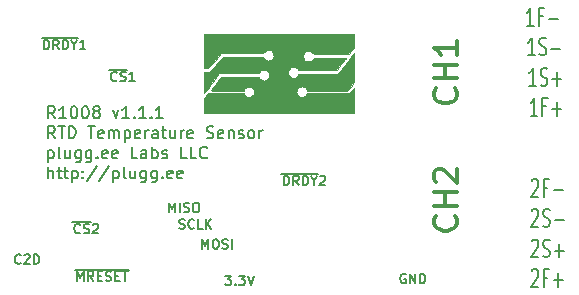
<source format=gbr>
G04 #@! TF.FileFunction,Legend,Top*
%FSLAX46Y46*%
G04 Gerber Fmt 4.6, Leading zero omitted, Abs format (unit mm)*
G04 Created by KiCad (PCBNEW 4.0.6-e0-6349~53~ubuntu14.04.1) date Tue Jun 27 14:22:21 2017*
%MOMM*%
%LPD*%
G01*
G04 APERTURE LIST*
%ADD10C,0.100000*%
%ADD11C,0.175000*%
%ADD12C,0.300000*%
%ADD13C,0.200000*%
%ADD14C,0.010000*%
G04 APERTURE END LIST*
D10*
D11*
X134947619Y-74485714D02*
X134909524Y-74523810D01*
X134795238Y-74561905D01*
X134719048Y-74561905D01*
X134604762Y-74523810D01*
X134528571Y-74447619D01*
X134490476Y-74371429D01*
X134452381Y-74219048D01*
X134452381Y-74104762D01*
X134490476Y-73952381D01*
X134528571Y-73876190D01*
X134604762Y-73800000D01*
X134719048Y-73761905D01*
X134795238Y-73761905D01*
X134909524Y-73800000D01*
X134947619Y-73838095D01*
X135252381Y-74523810D02*
X135366667Y-74561905D01*
X135557143Y-74561905D01*
X135633333Y-74523810D01*
X135671429Y-74485714D01*
X135709524Y-74409524D01*
X135709524Y-74333333D01*
X135671429Y-74257143D01*
X135633333Y-74219048D01*
X135557143Y-74180952D01*
X135404762Y-74142857D01*
X135328571Y-74104762D01*
X135290476Y-74066667D01*
X135252381Y-73990476D01*
X135252381Y-73914286D01*
X135290476Y-73838095D01*
X135328571Y-73800000D01*
X135404762Y-73761905D01*
X135595238Y-73761905D01*
X135709524Y-73800000D01*
X134300000Y-73624000D02*
X135861905Y-73624000D01*
X136471429Y-74561905D02*
X136014286Y-74561905D01*
X136242857Y-74561905D02*
X136242857Y-73761905D01*
X136166667Y-73876190D01*
X136090476Y-73952381D01*
X136014286Y-73990476D01*
X128790476Y-71861905D02*
X128790476Y-71061905D01*
X128980952Y-71061905D01*
X129095238Y-71100000D01*
X129171429Y-71176190D01*
X129209524Y-71252381D01*
X129247619Y-71404762D01*
X129247619Y-71519048D01*
X129209524Y-71671429D01*
X129171429Y-71747619D01*
X129095238Y-71823810D01*
X128980952Y-71861905D01*
X128790476Y-71861905D01*
X130047619Y-71861905D02*
X129780952Y-71480952D01*
X129590476Y-71861905D02*
X129590476Y-71061905D01*
X129895238Y-71061905D01*
X129971429Y-71100000D01*
X130009524Y-71138095D01*
X130047619Y-71214286D01*
X130047619Y-71328571D01*
X130009524Y-71404762D01*
X129971429Y-71442857D01*
X129895238Y-71480952D01*
X129590476Y-71480952D01*
X130390476Y-71861905D02*
X130390476Y-71061905D01*
X130580952Y-71061905D01*
X130695238Y-71100000D01*
X130771429Y-71176190D01*
X130809524Y-71252381D01*
X130847619Y-71404762D01*
X130847619Y-71519048D01*
X130809524Y-71671429D01*
X130771429Y-71747619D01*
X130695238Y-71823810D01*
X130580952Y-71861905D01*
X130390476Y-71861905D01*
X131342857Y-71480952D02*
X131342857Y-71861905D01*
X131076190Y-71061905D02*
X131342857Y-71480952D01*
X131609524Y-71061905D01*
X128600000Y-70924000D02*
X131685714Y-70924000D01*
X132295238Y-71861905D02*
X131838095Y-71861905D01*
X132066666Y-71861905D02*
X132066666Y-71061905D01*
X131990476Y-71176190D01*
X131914285Y-71252381D01*
X131838095Y-71290476D01*
X149090476Y-83361905D02*
X149090476Y-82561905D01*
X149280952Y-82561905D01*
X149395238Y-82600000D01*
X149471429Y-82676190D01*
X149509524Y-82752381D01*
X149547619Y-82904762D01*
X149547619Y-83019048D01*
X149509524Y-83171429D01*
X149471429Y-83247619D01*
X149395238Y-83323810D01*
X149280952Y-83361905D01*
X149090476Y-83361905D01*
X150347619Y-83361905D02*
X150080952Y-82980952D01*
X149890476Y-83361905D02*
X149890476Y-82561905D01*
X150195238Y-82561905D01*
X150271429Y-82600000D01*
X150309524Y-82638095D01*
X150347619Y-82714286D01*
X150347619Y-82828571D01*
X150309524Y-82904762D01*
X150271429Y-82942857D01*
X150195238Y-82980952D01*
X149890476Y-82980952D01*
X150690476Y-83361905D02*
X150690476Y-82561905D01*
X150880952Y-82561905D01*
X150995238Y-82600000D01*
X151071429Y-82676190D01*
X151109524Y-82752381D01*
X151147619Y-82904762D01*
X151147619Y-83019048D01*
X151109524Y-83171429D01*
X151071429Y-83247619D01*
X150995238Y-83323810D01*
X150880952Y-83361905D01*
X150690476Y-83361905D01*
X151642857Y-82980952D02*
X151642857Y-83361905D01*
X151376190Y-82561905D02*
X151642857Y-82980952D01*
X151909524Y-82561905D01*
X148900000Y-82424000D02*
X151985714Y-82424000D01*
X152138095Y-82638095D02*
X152176190Y-82600000D01*
X152252381Y-82561905D01*
X152442857Y-82561905D01*
X152519047Y-82600000D01*
X152557143Y-82638095D01*
X152595238Y-82714286D01*
X152595238Y-82790476D01*
X152557143Y-82904762D01*
X152100000Y-83361905D01*
X152595238Y-83361905D01*
X142190476Y-88761905D02*
X142190476Y-87961905D01*
X142457143Y-88533333D01*
X142723810Y-87961905D01*
X142723810Y-88761905D01*
X143257143Y-87961905D02*
X143409524Y-87961905D01*
X143485715Y-88000000D01*
X143561905Y-88076190D01*
X143600000Y-88228571D01*
X143600000Y-88495238D01*
X143561905Y-88647619D01*
X143485715Y-88723810D01*
X143409524Y-88761905D01*
X143257143Y-88761905D01*
X143180953Y-88723810D01*
X143104762Y-88647619D01*
X143066667Y-88495238D01*
X143066667Y-88228571D01*
X143104762Y-88076190D01*
X143180953Y-88000000D01*
X143257143Y-87961905D01*
X143904762Y-88723810D02*
X144019048Y-88761905D01*
X144209524Y-88761905D01*
X144285714Y-88723810D01*
X144323810Y-88685714D01*
X144361905Y-88609524D01*
X144361905Y-88533333D01*
X144323810Y-88457143D01*
X144285714Y-88419048D01*
X144209524Y-88380952D01*
X144057143Y-88342857D01*
X143980952Y-88304762D01*
X143942857Y-88266667D01*
X143904762Y-88190476D01*
X143904762Y-88114286D01*
X143942857Y-88038095D01*
X143980952Y-88000000D01*
X144057143Y-87961905D01*
X144247619Y-87961905D01*
X144361905Y-88000000D01*
X144704762Y-88761905D02*
X144704762Y-87961905D01*
X140252381Y-87023810D02*
X140366667Y-87061905D01*
X140557143Y-87061905D01*
X140633333Y-87023810D01*
X140671429Y-86985714D01*
X140709524Y-86909524D01*
X140709524Y-86833333D01*
X140671429Y-86757143D01*
X140633333Y-86719048D01*
X140557143Y-86680952D01*
X140404762Y-86642857D01*
X140328571Y-86604762D01*
X140290476Y-86566667D01*
X140252381Y-86490476D01*
X140252381Y-86414286D01*
X140290476Y-86338095D01*
X140328571Y-86300000D01*
X140404762Y-86261905D01*
X140595238Y-86261905D01*
X140709524Y-86300000D01*
X141509524Y-86985714D02*
X141471429Y-87023810D01*
X141357143Y-87061905D01*
X141280953Y-87061905D01*
X141166667Y-87023810D01*
X141090476Y-86947619D01*
X141052381Y-86871429D01*
X141014286Y-86719048D01*
X141014286Y-86604762D01*
X141052381Y-86452381D01*
X141090476Y-86376190D01*
X141166667Y-86300000D01*
X141280953Y-86261905D01*
X141357143Y-86261905D01*
X141471429Y-86300000D01*
X141509524Y-86338095D01*
X142233334Y-87061905D02*
X141852381Y-87061905D01*
X141852381Y-86261905D01*
X142500000Y-87061905D02*
X142500000Y-86261905D01*
X142957143Y-87061905D02*
X142614286Y-86604762D01*
X142957143Y-86261905D02*
X142500000Y-86719048D01*
X139390476Y-85661905D02*
X139390476Y-84861905D01*
X139657143Y-85433333D01*
X139923810Y-84861905D01*
X139923810Y-85661905D01*
X140304762Y-85661905D02*
X140304762Y-84861905D01*
X140647619Y-85623810D02*
X140761905Y-85661905D01*
X140952381Y-85661905D01*
X141028571Y-85623810D01*
X141066667Y-85585714D01*
X141104762Y-85509524D01*
X141104762Y-85433333D01*
X141066667Y-85357143D01*
X141028571Y-85319048D01*
X140952381Y-85280952D01*
X140800000Y-85242857D01*
X140723809Y-85204762D01*
X140685714Y-85166667D01*
X140647619Y-85090476D01*
X140647619Y-85014286D01*
X140685714Y-84938095D01*
X140723809Y-84900000D01*
X140800000Y-84861905D01*
X140990476Y-84861905D01*
X141104762Y-84900000D01*
X141600000Y-84861905D02*
X141752381Y-84861905D01*
X141828572Y-84900000D01*
X141904762Y-84976190D01*
X141942857Y-85128571D01*
X141942857Y-85395238D01*
X141904762Y-85547619D01*
X141828572Y-85623810D01*
X141752381Y-85661905D01*
X141600000Y-85661905D01*
X141523810Y-85623810D01*
X141447619Y-85547619D01*
X141409524Y-85395238D01*
X141409524Y-85128571D01*
X141447619Y-84976190D01*
X141523810Y-84900000D01*
X141600000Y-84861905D01*
X131847619Y-87385714D02*
X131809524Y-87423810D01*
X131695238Y-87461905D01*
X131619048Y-87461905D01*
X131504762Y-87423810D01*
X131428571Y-87347619D01*
X131390476Y-87271429D01*
X131352381Y-87119048D01*
X131352381Y-87004762D01*
X131390476Y-86852381D01*
X131428571Y-86776190D01*
X131504762Y-86700000D01*
X131619048Y-86661905D01*
X131695238Y-86661905D01*
X131809524Y-86700000D01*
X131847619Y-86738095D01*
X132152381Y-87423810D02*
X132266667Y-87461905D01*
X132457143Y-87461905D01*
X132533333Y-87423810D01*
X132571429Y-87385714D01*
X132609524Y-87309524D01*
X132609524Y-87233333D01*
X132571429Y-87157143D01*
X132533333Y-87119048D01*
X132457143Y-87080952D01*
X132304762Y-87042857D01*
X132228571Y-87004762D01*
X132190476Y-86966667D01*
X132152381Y-86890476D01*
X132152381Y-86814286D01*
X132190476Y-86738095D01*
X132228571Y-86700000D01*
X132304762Y-86661905D01*
X132495238Y-86661905D01*
X132609524Y-86700000D01*
X131200000Y-86524000D02*
X132761905Y-86524000D01*
X132914286Y-86738095D02*
X132952381Y-86700000D01*
X133028572Y-86661905D01*
X133219048Y-86661905D01*
X133295238Y-86700000D01*
X133333334Y-86738095D01*
X133371429Y-86814286D01*
X133371429Y-86890476D01*
X133333334Y-87004762D01*
X132876191Y-87461905D01*
X133371429Y-87461905D01*
D12*
X163614286Y-85980952D02*
X163709524Y-86076190D01*
X163804762Y-86361905D01*
X163804762Y-86552381D01*
X163709524Y-86838095D01*
X163519048Y-87028571D01*
X163328571Y-87123810D01*
X162947619Y-87219048D01*
X162661905Y-87219048D01*
X162280952Y-87123810D01*
X162090476Y-87028571D01*
X161900000Y-86838095D01*
X161804762Y-86552381D01*
X161804762Y-86361905D01*
X161900000Y-86076190D01*
X161995238Y-85980952D01*
X163804762Y-85123810D02*
X161804762Y-85123810D01*
X162757143Y-85123810D02*
X162757143Y-83980952D01*
X163804762Y-83980952D02*
X161804762Y-83980952D01*
X161995238Y-83123810D02*
X161900000Y-83028572D01*
X161804762Y-82838095D01*
X161804762Y-82361905D01*
X161900000Y-82171429D01*
X161995238Y-82076191D01*
X162185714Y-81980952D01*
X162376190Y-81980952D01*
X162661905Y-82076191D01*
X163804762Y-83219048D01*
X163804762Y-81980952D01*
X163614286Y-75180952D02*
X163709524Y-75276190D01*
X163804762Y-75561905D01*
X163804762Y-75752381D01*
X163709524Y-76038095D01*
X163519048Y-76228571D01*
X163328571Y-76323810D01*
X162947619Y-76419048D01*
X162661905Y-76419048D01*
X162280952Y-76323810D01*
X162090476Y-76228571D01*
X161900000Y-76038095D01*
X161804762Y-75752381D01*
X161804762Y-75561905D01*
X161900000Y-75276190D01*
X161995238Y-75180952D01*
X163804762Y-74323810D02*
X161804762Y-74323810D01*
X162757143Y-74323810D02*
X162757143Y-73180952D01*
X163804762Y-73180952D02*
X161804762Y-73180952D01*
X163804762Y-71180952D02*
X163804762Y-72323810D01*
X163804762Y-71752381D02*
X161804762Y-71752381D01*
X162090476Y-71942857D01*
X162280952Y-72133333D01*
X162376190Y-72323810D01*
D11*
X159409524Y-90900000D02*
X159333333Y-90861905D01*
X159219048Y-90861905D01*
X159104762Y-90900000D01*
X159028571Y-90976190D01*
X158990476Y-91052381D01*
X158952381Y-91204762D01*
X158952381Y-91319048D01*
X158990476Y-91471429D01*
X159028571Y-91547619D01*
X159104762Y-91623810D01*
X159219048Y-91661905D01*
X159295238Y-91661905D01*
X159409524Y-91623810D01*
X159447619Y-91585714D01*
X159447619Y-91319048D01*
X159295238Y-91319048D01*
X159790476Y-91661905D02*
X159790476Y-90861905D01*
X160247619Y-91661905D01*
X160247619Y-90861905D01*
X160628571Y-91661905D02*
X160628571Y-90861905D01*
X160819047Y-90861905D01*
X160933333Y-90900000D01*
X161009524Y-90976190D01*
X161047619Y-91052381D01*
X161085714Y-91204762D01*
X161085714Y-91319048D01*
X161047619Y-91471429D01*
X161009524Y-91547619D01*
X160933333Y-91623810D01*
X160819047Y-91661905D01*
X160628571Y-91661905D01*
X144164286Y-91036905D02*
X144659524Y-91036905D01*
X144392857Y-91341667D01*
X144507143Y-91341667D01*
X144583333Y-91379762D01*
X144621429Y-91417857D01*
X144659524Y-91494048D01*
X144659524Y-91684524D01*
X144621429Y-91760714D01*
X144583333Y-91798810D01*
X144507143Y-91836905D01*
X144278571Y-91836905D01*
X144202381Y-91798810D01*
X144164286Y-91760714D01*
X145002381Y-91760714D02*
X145040476Y-91798810D01*
X145002381Y-91836905D01*
X144964286Y-91798810D01*
X145002381Y-91760714D01*
X145002381Y-91836905D01*
X145307143Y-91036905D02*
X145802381Y-91036905D01*
X145535714Y-91341667D01*
X145650000Y-91341667D01*
X145726190Y-91379762D01*
X145764286Y-91417857D01*
X145802381Y-91494048D01*
X145802381Y-91684524D01*
X145764286Y-91760714D01*
X145726190Y-91798810D01*
X145650000Y-91836905D01*
X145421428Y-91836905D01*
X145345238Y-91798810D01*
X145307143Y-91760714D01*
X146030952Y-91036905D02*
X146297619Y-91836905D01*
X146564286Y-91036905D01*
X131615476Y-91461905D02*
X131615476Y-90661905D01*
X131882143Y-91233333D01*
X132148810Y-90661905D01*
X132148810Y-91461905D01*
X132986905Y-91461905D02*
X132720238Y-91080952D01*
X132529762Y-91461905D02*
X132529762Y-90661905D01*
X132834524Y-90661905D01*
X132910715Y-90700000D01*
X132948810Y-90738095D01*
X132986905Y-90814286D01*
X132986905Y-90928571D01*
X132948810Y-91004762D01*
X132910715Y-91042857D01*
X132834524Y-91080952D01*
X132529762Y-91080952D01*
X133329762Y-91042857D02*
X133596429Y-91042857D01*
X133710715Y-91461905D02*
X133329762Y-91461905D01*
X133329762Y-90661905D01*
X133710715Y-90661905D01*
X134015477Y-91423810D02*
X134129763Y-91461905D01*
X134320239Y-91461905D01*
X134396429Y-91423810D01*
X134434525Y-91385714D01*
X134472620Y-91309524D01*
X134472620Y-91233333D01*
X134434525Y-91157143D01*
X134396429Y-91119048D01*
X134320239Y-91080952D01*
X134167858Y-91042857D01*
X134091667Y-91004762D01*
X134053572Y-90966667D01*
X134015477Y-90890476D01*
X134015477Y-90814286D01*
X134053572Y-90738095D01*
X134091667Y-90700000D01*
X134167858Y-90661905D01*
X134358334Y-90661905D01*
X134472620Y-90700000D01*
X134815477Y-91042857D02*
X135082144Y-91042857D01*
X135196430Y-91461905D02*
X134815477Y-91461905D01*
X134815477Y-90661905D01*
X135196430Y-90661905D01*
X135425001Y-90661905D02*
X135882144Y-90661905D01*
X135653573Y-91461905D02*
X135653573Y-90661905D01*
X131425000Y-90524000D02*
X135958335Y-90524000D01*
X126822619Y-89960714D02*
X126784524Y-89998810D01*
X126670238Y-90036905D01*
X126594048Y-90036905D01*
X126479762Y-89998810D01*
X126403571Y-89922619D01*
X126365476Y-89846429D01*
X126327381Y-89694048D01*
X126327381Y-89579762D01*
X126365476Y-89427381D01*
X126403571Y-89351190D01*
X126479762Y-89275000D01*
X126594048Y-89236905D01*
X126670238Y-89236905D01*
X126784524Y-89275000D01*
X126822619Y-89313095D01*
X127127381Y-89313095D02*
X127165476Y-89275000D01*
X127241667Y-89236905D01*
X127432143Y-89236905D01*
X127508333Y-89275000D01*
X127546429Y-89313095D01*
X127584524Y-89389286D01*
X127584524Y-89465476D01*
X127546429Y-89579762D01*
X127089286Y-90036905D01*
X127584524Y-90036905D01*
X127927381Y-90036905D02*
X127927381Y-89236905D01*
X128117857Y-89236905D01*
X128232143Y-89275000D01*
X128308334Y-89351190D01*
X128346429Y-89427381D01*
X128384524Y-89579762D01*
X128384524Y-89694048D01*
X128346429Y-89846429D01*
X128308334Y-89922619D01*
X128232143Y-89998810D01*
X128117857Y-90036905D01*
X127927381Y-90036905D01*
D13*
X170090476Y-90621429D02*
X170138095Y-90550000D01*
X170233333Y-90478571D01*
X170471429Y-90478571D01*
X170566667Y-90550000D01*
X170614286Y-90621429D01*
X170661905Y-90764286D01*
X170661905Y-90907143D01*
X170614286Y-91121429D01*
X170042857Y-91978571D01*
X170661905Y-91978571D01*
X171423810Y-91192857D02*
X171090476Y-91192857D01*
X171090476Y-91978571D02*
X171090476Y-90478571D01*
X171566667Y-90478571D01*
X171947619Y-91407143D02*
X172709524Y-91407143D01*
X172328572Y-91978571D02*
X172328572Y-90835714D01*
X170090476Y-88121429D02*
X170138095Y-88050000D01*
X170233333Y-87978571D01*
X170471429Y-87978571D01*
X170566667Y-88050000D01*
X170614286Y-88121429D01*
X170661905Y-88264286D01*
X170661905Y-88407143D01*
X170614286Y-88621429D01*
X170042857Y-89478571D01*
X170661905Y-89478571D01*
X171042857Y-89407143D02*
X171185714Y-89478571D01*
X171423810Y-89478571D01*
X171519048Y-89407143D01*
X171566667Y-89335714D01*
X171614286Y-89192857D01*
X171614286Y-89050000D01*
X171566667Y-88907143D01*
X171519048Y-88835714D01*
X171423810Y-88764286D01*
X171233333Y-88692857D01*
X171138095Y-88621429D01*
X171090476Y-88550000D01*
X171042857Y-88407143D01*
X171042857Y-88264286D01*
X171090476Y-88121429D01*
X171138095Y-88050000D01*
X171233333Y-87978571D01*
X171471429Y-87978571D01*
X171614286Y-88050000D01*
X172042857Y-88907143D02*
X172804762Y-88907143D01*
X172423810Y-89478571D02*
X172423810Y-88335714D01*
X170090476Y-85521429D02*
X170138095Y-85450000D01*
X170233333Y-85378571D01*
X170471429Y-85378571D01*
X170566667Y-85450000D01*
X170614286Y-85521429D01*
X170661905Y-85664286D01*
X170661905Y-85807143D01*
X170614286Y-86021429D01*
X170042857Y-86878571D01*
X170661905Y-86878571D01*
X171042857Y-86807143D02*
X171185714Y-86878571D01*
X171423810Y-86878571D01*
X171519048Y-86807143D01*
X171566667Y-86735714D01*
X171614286Y-86592857D01*
X171614286Y-86450000D01*
X171566667Y-86307143D01*
X171519048Y-86235714D01*
X171423810Y-86164286D01*
X171233333Y-86092857D01*
X171138095Y-86021429D01*
X171090476Y-85950000D01*
X171042857Y-85807143D01*
X171042857Y-85664286D01*
X171090476Y-85521429D01*
X171138095Y-85450000D01*
X171233333Y-85378571D01*
X171471429Y-85378571D01*
X171614286Y-85450000D01*
X172042857Y-86307143D02*
X172804762Y-86307143D01*
X170090476Y-83021429D02*
X170138095Y-82950000D01*
X170233333Y-82878571D01*
X170471429Y-82878571D01*
X170566667Y-82950000D01*
X170614286Y-83021429D01*
X170661905Y-83164286D01*
X170661905Y-83307143D01*
X170614286Y-83521429D01*
X170042857Y-84378571D01*
X170661905Y-84378571D01*
X171423810Y-83592857D02*
X171090476Y-83592857D01*
X171090476Y-84378571D02*
X171090476Y-82878571D01*
X171566667Y-82878571D01*
X171947619Y-83807143D02*
X172709524Y-83807143D01*
X170561905Y-77478571D02*
X169990476Y-77478571D01*
X170276190Y-77478571D02*
X170276190Y-75978571D01*
X170180952Y-76192857D01*
X170085714Y-76335714D01*
X169990476Y-76407143D01*
X171323810Y-76692857D02*
X170990476Y-76692857D01*
X170990476Y-77478571D02*
X170990476Y-75978571D01*
X171466667Y-75978571D01*
X171847619Y-76907143D02*
X172609524Y-76907143D01*
X172228572Y-77478571D02*
X172228572Y-76335714D01*
X170461905Y-74978571D02*
X169890476Y-74978571D01*
X170176190Y-74978571D02*
X170176190Y-73478571D01*
X170080952Y-73692857D01*
X169985714Y-73835714D01*
X169890476Y-73907143D01*
X170842857Y-74907143D02*
X170985714Y-74978571D01*
X171223810Y-74978571D01*
X171319048Y-74907143D01*
X171366667Y-74835714D01*
X171414286Y-74692857D01*
X171414286Y-74550000D01*
X171366667Y-74407143D01*
X171319048Y-74335714D01*
X171223810Y-74264286D01*
X171033333Y-74192857D01*
X170938095Y-74121429D01*
X170890476Y-74050000D01*
X170842857Y-73907143D01*
X170842857Y-73764286D01*
X170890476Y-73621429D01*
X170938095Y-73550000D01*
X171033333Y-73478571D01*
X171271429Y-73478571D01*
X171414286Y-73550000D01*
X171842857Y-74407143D02*
X172604762Y-74407143D01*
X172223810Y-74978571D02*
X172223810Y-73835714D01*
X170361905Y-72378571D02*
X169790476Y-72378571D01*
X170076190Y-72378571D02*
X170076190Y-70878571D01*
X169980952Y-71092857D01*
X169885714Y-71235714D01*
X169790476Y-71307143D01*
X170742857Y-72307143D02*
X170885714Y-72378571D01*
X171123810Y-72378571D01*
X171219048Y-72307143D01*
X171266667Y-72235714D01*
X171314286Y-72092857D01*
X171314286Y-71950000D01*
X171266667Y-71807143D01*
X171219048Y-71735714D01*
X171123810Y-71664286D01*
X170933333Y-71592857D01*
X170838095Y-71521429D01*
X170790476Y-71450000D01*
X170742857Y-71307143D01*
X170742857Y-71164286D01*
X170790476Y-71021429D01*
X170838095Y-70950000D01*
X170933333Y-70878571D01*
X171171429Y-70878571D01*
X171314286Y-70950000D01*
X171742857Y-71807143D02*
X172504762Y-71807143D01*
X170261905Y-69878571D02*
X169690476Y-69878571D01*
X169976190Y-69878571D02*
X169976190Y-68378571D01*
X169880952Y-68592857D01*
X169785714Y-68735714D01*
X169690476Y-68807143D01*
X171023810Y-69092857D02*
X170690476Y-69092857D01*
X170690476Y-69878571D02*
X170690476Y-68378571D01*
X171166667Y-68378571D01*
X171547619Y-69307143D02*
X172309524Y-69307143D01*
X129709524Y-77702381D02*
X129376190Y-77226190D01*
X129138095Y-77702381D02*
X129138095Y-76702381D01*
X129519048Y-76702381D01*
X129614286Y-76750000D01*
X129661905Y-76797619D01*
X129709524Y-76892857D01*
X129709524Y-77035714D01*
X129661905Y-77130952D01*
X129614286Y-77178571D01*
X129519048Y-77226190D01*
X129138095Y-77226190D01*
X130661905Y-77702381D02*
X130090476Y-77702381D01*
X130376190Y-77702381D02*
X130376190Y-76702381D01*
X130280952Y-76845238D01*
X130185714Y-76940476D01*
X130090476Y-76988095D01*
X131280952Y-76702381D02*
X131376191Y-76702381D01*
X131471429Y-76750000D01*
X131519048Y-76797619D01*
X131566667Y-76892857D01*
X131614286Y-77083333D01*
X131614286Y-77321429D01*
X131566667Y-77511905D01*
X131519048Y-77607143D01*
X131471429Y-77654762D01*
X131376191Y-77702381D01*
X131280952Y-77702381D01*
X131185714Y-77654762D01*
X131138095Y-77607143D01*
X131090476Y-77511905D01*
X131042857Y-77321429D01*
X131042857Y-77083333D01*
X131090476Y-76892857D01*
X131138095Y-76797619D01*
X131185714Y-76750000D01*
X131280952Y-76702381D01*
X132233333Y-76702381D02*
X132328572Y-76702381D01*
X132423810Y-76750000D01*
X132471429Y-76797619D01*
X132519048Y-76892857D01*
X132566667Y-77083333D01*
X132566667Y-77321429D01*
X132519048Y-77511905D01*
X132471429Y-77607143D01*
X132423810Y-77654762D01*
X132328572Y-77702381D01*
X132233333Y-77702381D01*
X132138095Y-77654762D01*
X132090476Y-77607143D01*
X132042857Y-77511905D01*
X131995238Y-77321429D01*
X131995238Y-77083333D01*
X132042857Y-76892857D01*
X132090476Y-76797619D01*
X132138095Y-76750000D01*
X132233333Y-76702381D01*
X133138095Y-77130952D02*
X133042857Y-77083333D01*
X132995238Y-77035714D01*
X132947619Y-76940476D01*
X132947619Y-76892857D01*
X132995238Y-76797619D01*
X133042857Y-76750000D01*
X133138095Y-76702381D01*
X133328572Y-76702381D01*
X133423810Y-76750000D01*
X133471429Y-76797619D01*
X133519048Y-76892857D01*
X133519048Y-76940476D01*
X133471429Y-77035714D01*
X133423810Y-77083333D01*
X133328572Y-77130952D01*
X133138095Y-77130952D01*
X133042857Y-77178571D01*
X132995238Y-77226190D01*
X132947619Y-77321429D01*
X132947619Y-77511905D01*
X132995238Y-77607143D01*
X133042857Y-77654762D01*
X133138095Y-77702381D01*
X133328572Y-77702381D01*
X133423810Y-77654762D01*
X133471429Y-77607143D01*
X133519048Y-77511905D01*
X133519048Y-77321429D01*
X133471429Y-77226190D01*
X133423810Y-77178571D01*
X133328572Y-77130952D01*
X134614286Y-77035714D02*
X134852381Y-77702381D01*
X135090477Y-77035714D01*
X135995239Y-77702381D02*
X135423810Y-77702381D01*
X135709524Y-77702381D02*
X135709524Y-76702381D01*
X135614286Y-76845238D01*
X135519048Y-76940476D01*
X135423810Y-76988095D01*
X136423810Y-77607143D02*
X136471429Y-77654762D01*
X136423810Y-77702381D01*
X136376191Y-77654762D01*
X136423810Y-77607143D01*
X136423810Y-77702381D01*
X137423810Y-77702381D02*
X136852381Y-77702381D01*
X137138095Y-77702381D02*
X137138095Y-76702381D01*
X137042857Y-76845238D01*
X136947619Y-76940476D01*
X136852381Y-76988095D01*
X137852381Y-77607143D02*
X137900000Y-77654762D01*
X137852381Y-77702381D01*
X137804762Y-77654762D01*
X137852381Y-77607143D01*
X137852381Y-77702381D01*
X138852381Y-77702381D02*
X138280952Y-77702381D01*
X138566666Y-77702381D02*
X138566666Y-76702381D01*
X138471428Y-76845238D01*
X138376190Y-76940476D01*
X138280952Y-76988095D01*
X129709524Y-79402381D02*
X129376190Y-78926190D01*
X129138095Y-79402381D02*
X129138095Y-78402381D01*
X129519048Y-78402381D01*
X129614286Y-78450000D01*
X129661905Y-78497619D01*
X129709524Y-78592857D01*
X129709524Y-78735714D01*
X129661905Y-78830952D01*
X129614286Y-78878571D01*
X129519048Y-78926190D01*
X129138095Y-78926190D01*
X129995238Y-78402381D02*
X130566667Y-78402381D01*
X130280952Y-79402381D02*
X130280952Y-78402381D01*
X130900000Y-79402381D02*
X130900000Y-78402381D01*
X131138095Y-78402381D01*
X131280953Y-78450000D01*
X131376191Y-78545238D01*
X131423810Y-78640476D01*
X131471429Y-78830952D01*
X131471429Y-78973810D01*
X131423810Y-79164286D01*
X131376191Y-79259524D01*
X131280953Y-79354762D01*
X131138095Y-79402381D01*
X130900000Y-79402381D01*
X132519048Y-78402381D02*
X133090477Y-78402381D01*
X132804762Y-79402381D02*
X132804762Y-78402381D01*
X133804763Y-79354762D02*
X133709525Y-79402381D01*
X133519048Y-79402381D01*
X133423810Y-79354762D01*
X133376191Y-79259524D01*
X133376191Y-78878571D01*
X133423810Y-78783333D01*
X133519048Y-78735714D01*
X133709525Y-78735714D01*
X133804763Y-78783333D01*
X133852382Y-78878571D01*
X133852382Y-78973810D01*
X133376191Y-79069048D01*
X134280953Y-79402381D02*
X134280953Y-78735714D01*
X134280953Y-78830952D02*
X134328572Y-78783333D01*
X134423810Y-78735714D01*
X134566668Y-78735714D01*
X134661906Y-78783333D01*
X134709525Y-78878571D01*
X134709525Y-79402381D01*
X134709525Y-78878571D02*
X134757144Y-78783333D01*
X134852382Y-78735714D01*
X134995239Y-78735714D01*
X135090477Y-78783333D01*
X135138096Y-78878571D01*
X135138096Y-79402381D01*
X135614286Y-78735714D02*
X135614286Y-79735714D01*
X135614286Y-78783333D02*
X135709524Y-78735714D01*
X135900001Y-78735714D01*
X135995239Y-78783333D01*
X136042858Y-78830952D01*
X136090477Y-78926190D01*
X136090477Y-79211905D01*
X136042858Y-79307143D01*
X135995239Y-79354762D01*
X135900001Y-79402381D01*
X135709524Y-79402381D01*
X135614286Y-79354762D01*
X136900001Y-79354762D02*
X136804763Y-79402381D01*
X136614286Y-79402381D01*
X136519048Y-79354762D01*
X136471429Y-79259524D01*
X136471429Y-78878571D01*
X136519048Y-78783333D01*
X136614286Y-78735714D01*
X136804763Y-78735714D01*
X136900001Y-78783333D01*
X136947620Y-78878571D01*
X136947620Y-78973810D01*
X136471429Y-79069048D01*
X137376191Y-79402381D02*
X137376191Y-78735714D01*
X137376191Y-78926190D02*
X137423810Y-78830952D01*
X137471429Y-78783333D01*
X137566667Y-78735714D01*
X137661906Y-78735714D01*
X138423811Y-79402381D02*
X138423811Y-78878571D01*
X138376192Y-78783333D01*
X138280954Y-78735714D01*
X138090477Y-78735714D01*
X137995239Y-78783333D01*
X138423811Y-79354762D02*
X138328573Y-79402381D01*
X138090477Y-79402381D01*
X137995239Y-79354762D01*
X137947620Y-79259524D01*
X137947620Y-79164286D01*
X137995239Y-79069048D01*
X138090477Y-79021429D01*
X138328573Y-79021429D01*
X138423811Y-78973810D01*
X138757144Y-78735714D02*
X139138096Y-78735714D01*
X138900001Y-78402381D02*
X138900001Y-79259524D01*
X138947620Y-79354762D01*
X139042858Y-79402381D01*
X139138096Y-79402381D01*
X139900002Y-78735714D02*
X139900002Y-79402381D01*
X139471430Y-78735714D02*
X139471430Y-79259524D01*
X139519049Y-79354762D01*
X139614287Y-79402381D01*
X139757145Y-79402381D01*
X139852383Y-79354762D01*
X139900002Y-79307143D01*
X140376192Y-79402381D02*
X140376192Y-78735714D01*
X140376192Y-78926190D02*
X140423811Y-78830952D01*
X140471430Y-78783333D01*
X140566668Y-78735714D01*
X140661907Y-78735714D01*
X141376193Y-79354762D02*
X141280955Y-79402381D01*
X141090478Y-79402381D01*
X140995240Y-79354762D01*
X140947621Y-79259524D01*
X140947621Y-78878571D01*
X140995240Y-78783333D01*
X141090478Y-78735714D01*
X141280955Y-78735714D01*
X141376193Y-78783333D01*
X141423812Y-78878571D01*
X141423812Y-78973810D01*
X140947621Y-79069048D01*
X142566669Y-79354762D02*
X142709526Y-79402381D01*
X142947622Y-79402381D01*
X143042860Y-79354762D01*
X143090479Y-79307143D01*
X143138098Y-79211905D01*
X143138098Y-79116667D01*
X143090479Y-79021429D01*
X143042860Y-78973810D01*
X142947622Y-78926190D01*
X142757145Y-78878571D01*
X142661907Y-78830952D01*
X142614288Y-78783333D01*
X142566669Y-78688095D01*
X142566669Y-78592857D01*
X142614288Y-78497619D01*
X142661907Y-78450000D01*
X142757145Y-78402381D01*
X142995241Y-78402381D01*
X143138098Y-78450000D01*
X143947622Y-79354762D02*
X143852384Y-79402381D01*
X143661907Y-79402381D01*
X143566669Y-79354762D01*
X143519050Y-79259524D01*
X143519050Y-78878571D01*
X143566669Y-78783333D01*
X143661907Y-78735714D01*
X143852384Y-78735714D01*
X143947622Y-78783333D01*
X143995241Y-78878571D01*
X143995241Y-78973810D01*
X143519050Y-79069048D01*
X144423812Y-78735714D02*
X144423812Y-79402381D01*
X144423812Y-78830952D02*
X144471431Y-78783333D01*
X144566669Y-78735714D01*
X144709527Y-78735714D01*
X144804765Y-78783333D01*
X144852384Y-78878571D01*
X144852384Y-79402381D01*
X145280955Y-79354762D02*
X145376193Y-79402381D01*
X145566669Y-79402381D01*
X145661908Y-79354762D01*
X145709527Y-79259524D01*
X145709527Y-79211905D01*
X145661908Y-79116667D01*
X145566669Y-79069048D01*
X145423812Y-79069048D01*
X145328574Y-79021429D01*
X145280955Y-78926190D01*
X145280955Y-78878571D01*
X145328574Y-78783333D01*
X145423812Y-78735714D01*
X145566669Y-78735714D01*
X145661908Y-78783333D01*
X146280955Y-79402381D02*
X146185717Y-79354762D01*
X146138098Y-79307143D01*
X146090479Y-79211905D01*
X146090479Y-78926190D01*
X146138098Y-78830952D01*
X146185717Y-78783333D01*
X146280955Y-78735714D01*
X146423813Y-78735714D01*
X146519051Y-78783333D01*
X146566670Y-78830952D01*
X146614289Y-78926190D01*
X146614289Y-79211905D01*
X146566670Y-79307143D01*
X146519051Y-79354762D01*
X146423813Y-79402381D01*
X146280955Y-79402381D01*
X147042860Y-79402381D02*
X147042860Y-78735714D01*
X147042860Y-78926190D02*
X147090479Y-78830952D01*
X147138098Y-78783333D01*
X147233336Y-78735714D01*
X147328575Y-78735714D01*
X129138095Y-80435714D02*
X129138095Y-81435714D01*
X129138095Y-80483333D02*
X129233333Y-80435714D01*
X129423810Y-80435714D01*
X129519048Y-80483333D01*
X129566667Y-80530952D01*
X129614286Y-80626190D01*
X129614286Y-80911905D01*
X129566667Y-81007143D01*
X129519048Y-81054762D01*
X129423810Y-81102381D01*
X129233333Y-81102381D01*
X129138095Y-81054762D01*
X130185714Y-81102381D02*
X130090476Y-81054762D01*
X130042857Y-80959524D01*
X130042857Y-80102381D01*
X130995239Y-80435714D02*
X130995239Y-81102381D01*
X130566667Y-80435714D02*
X130566667Y-80959524D01*
X130614286Y-81054762D01*
X130709524Y-81102381D01*
X130852382Y-81102381D01*
X130947620Y-81054762D01*
X130995239Y-81007143D01*
X131900001Y-80435714D02*
X131900001Y-81245238D01*
X131852382Y-81340476D01*
X131804763Y-81388095D01*
X131709524Y-81435714D01*
X131566667Y-81435714D01*
X131471429Y-81388095D01*
X131900001Y-81054762D02*
X131804763Y-81102381D01*
X131614286Y-81102381D01*
X131519048Y-81054762D01*
X131471429Y-81007143D01*
X131423810Y-80911905D01*
X131423810Y-80626190D01*
X131471429Y-80530952D01*
X131519048Y-80483333D01*
X131614286Y-80435714D01*
X131804763Y-80435714D01*
X131900001Y-80483333D01*
X132804763Y-80435714D02*
X132804763Y-81245238D01*
X132757144Y-81340476D01*
X132709525Y-81388095D01*
X132614286Y-81435714D01*
X132471429Y-81435714D01*
X132376191Y-81388095D01*
X132804763Y-81054762D02*
X132709525Y-81102381D01*
X132519048Y-81102381D01*
X132423810Y-81054762D01*
X132376191Y-81007143D01*
X132328572Y-80911905D01*
X132328572Y-80626190D01*
X132376191Y-80530952D01*
X132423810Y-80483333D01*
X132519048Y-80435714D01*
X132709525Y-80435714D01*
X132804763Y-80483333D01*
X133280953Y-81007143D02*
X133328572Y-81054762D01*
X133280953Y-81102381D01*
X133233334Y-81054762D01*
X133280953Y-81007143D01*
X133280953Y-81102381D01*
X134138096Y-81054762D02*
X134042858Y-81102381D01*
X133852381Y-81102381D01*
X133757143Y-81054762D01*
X133709524Y-80959524D01*
X133709524Y-80578571D01*
X133757143Y-80483333D01*
X133852381Y-80435714D01*
X134042858Y-80435714D01*
X134138096Y-80483333D01*
X134185715Y-80578571D01*
X134185715Y-80673810D01*
X133709524Y-80769048D01*
X134995239Y-81054762D02*
X134900001Y-81102381D01*
X134709524Y-81102381D01*
X134614286Y-81054762D01*
X134566667Y-80959524D01*
X134566667Y-80578571D01*
X134614286Y-80483333D01*
X134709524Y-80435714D01*
X134900001Y-80435714D01*
X134995239Y-80483333D01*
X135042858Y-80578571D01*
X135042858Y-80673810D01*
X134566667Y-80769048D01*
X136709525Y-81102381D02*
X136233334Y-81102381D01*
X136233334Y-80102381D01*
X137471430Y-81102381D02*
X137471430Y-80578571D01*
X137423811Y-80483333D01*
X137328573Y-80435714D01*
X137138096Y-80435714D01*
X137042858Y-80483333D01*
X137471430Y-81054762D02*
X137376192Y-81102381D01*
X137138096Y-81102381D01*
X137042858Y-81054762D01*
X136995239Y-80959524D01*
X136995239Y-80864286D01*
X137042858Y-80769048D01*
X137138096Y-80721429D01*
X137376192Y-80721429D01*
X137471430Y-80673810D01*
X137947620Y-81102381D02*
X137947620Y-80102381D01*
X137947620Y-80483333D02*
X138042858Y-80435714D01*
X138233335Y-80435714D01*
X138328573Y-80483333D01*
X138376192Y-80530952D01*
X138423811Y-80626190D01*
X138423811Y-80911905D01*
X138376192Y-81007143D01*
X138328573Y-81054762D01*
X138233335Y-81102381D01*
X138042858Y-81102381D01*
X137947620Y-81054762D01*
X138804763Y-81054762D02*
X138900001Y-81102381D01*
X139090477Y-81102381D01*
X139185716Y-81054762D01*
X139233335Y-80959524D01*
X139233335Y-80911905D01*
X139185716Y-80816667D01*
X139090477Y-80769048D01*
X138947620Y-80769048D01*
X138852382Y-80721429D01*
X138804763Y-80626190D01*
X138804763Y-80578571D01*
X138852382Y-80483333D01*
X138947620Y-80435714D01*
X139090477Y-80435714D01*
X139185716Y-80483333D01*
X140900002Y-81102381D02*
X140423811Y-81102381D01*
X140423811Y-80102381D01*
X141709526Y-81102381D02*
X141233335Y-81102381D01*
X141233335Y-80102381D01*
X142614288Y-81007143D02*
X142566669Y-81054762D01*
X142423812Y-81102381D01*
X142328574Y-81102381D01*
X142185716Y-81054762D01*
X142090478Y-80959524D01*
X142042859Y-80864286D01*
X141995240Y-80673810D01*
X141995240Y-80530952D01*
X142042859Y-80340476D01*
X142090478Y-80245238D01*
X142185716Y-80150000D01*
X142328574Y-80102381D01*
X142423812Y-80102381D01*
X142566669Y-80150000D01*
X142614288Y-80197619D01*
X129138095Y-82802381D02*
X129138095Y-81802381D01*
X129566667Y-82802381D02*
X129566667Y-82278571D01*
X129519048Y-82183333D01*
X129423810Y-82135714D01*
X129280952Y-82135714D01*
X129185714Y-82183333D01*
X129138095Y-82230952D01*
X129900000Y-82135714D02*
X130280952Y-82135714D01*
X130042857Y-81802381D02*
X130042857Y-82659524D01*
X130090476Y-82754762D01*
X130185714Y-82802381D01*
X130280952Y-82802381D01*
X130471429Y-82135714D02*
X130852381Y-82135714D01*
X130614286Y-81802381D02*
X130614286Y-82659524D01*
X130661905Y-82754762D01*
X130757143Y-82802381D01*
X130852381Y-82802381D01*
X131185715Y-82135714D02*
X131185715Y-83135714D01*
X131185715Y-82183333D02*
X131280953Y-82135714D01*
X131471430Y-82135714D01*
X131566668Y-82183333D01*
X131614287Y-82230952D01*
X131661906Y-82326190D01*
X131661906Y-82611905D01*
X131614287Y-82707143D01*
X131566668Y-82754762D01*
X131471430Y-82802381D01*
X131280953Y-82802381D01*
X131185715Y-82754762D01*
X132090477Y-82707143D02*
X132138096Y-82754762D01*
X132090477Y-82802381D01*
X132042858Y-82754762D01*
X132090477Y-82707143D01*
X132090477Y-82802381D01*
X132090477Y-82183333D02*
X132138096Y-82230952D01*
X132090477Y-82278571D01*
X132042858Y-82230952D01*
X132090477Y-82183333D01*
X132090477Y-82278571D01*
X133280953Y-81754762D02*
X132423810Y-83040476D01*
X134328572Y-81754762D02*
X133471429Y-83040476D01*
X134661905Y-82135714D02*
X134661905Y-83135714D01*
X134661905Y-82183333D02*
X134757143Y-82135714D01*
X134947620Y-82135714D01*
X135042858Y-82183333D01*
X135090477Y-82230952D01*
X135138096Y-82326190D01*
X135138096Y-82611905D01*
X135090477Y-82707143D01*
X135042858Y-82754762D01*
X134947620Y-82802381D01*
X134757143Y-82802381D01*
X134661905Y-82754762D01*
X135709524Y-82802381D02*
X135614286Y-82754762D01*
X135566667Y-82659524D01*
X135566667Y-81802381D01*
X136519049Y-82135714D02*
X136519049Y-82802381D01*
X136090477Y-82135714D02*
X136090477Y-82659524D01*
X136138096Y-82754762D01*
X136233334Y-82802381D01*
X136376192Y-82802381D01*
X136471430Y-82754762D01*
X136519049Y-82707143D01*
X137423811Y-82135714D02*
X137423811Y-82945238D01*
X137376192Y-83040476D01*
X137328573Y-83088095D01*
X137233334Y-83135714D01*
X137090477Y-83135714D01*
X136995239Y-83088095D01*
X137423811Y-82754762D02*
X137328573Y-82802381D01*
X137138096Y-82802381D01*
X137042858Y-82754762D01*
X136995239Y-82707143D01*
X136947620Y-82611905D01*
X136947620Y-82326190D01*
X136995239Y-82230952D01*
X137042858Y-82183333D01*
X137138096Y-82135714D01*
X137328573Y-82135714D01*
X137423811Y-82183333D01*
X138328573Y-82135714D02*
X138328573Y-82945238D01*
X138280954Y-83040476D01*
X138233335Y-83088095D01*
X138138096Y-83135714D01*
X137995239Y-83135714D01*
X137900001Y-83088095D01*
X138328573Y-82754762D02*
X138233335Y-82802381D01*
X138042858Y-82802381D01*
X137947620Y-82754762D01*
X137900001Y-82707143D01*
X137852382Y-82611905D01*
X137852382Y-82326190D01*
X137900001Y-82230952D01*
X137947620Y-82183333D01*
X138042858Y-82135714D01*
X138233335Y-82135714D01*
X138328573Y-82183333D01*
X138804763Y-82707143D02*
X138852382Y-82754762D01*
X138804763Y-82802381D01*
X138757144Y-82754762D01*
X138804763Y-82707143D01*
X138804763Y-82802381D01*
X139661906Y-82754762D02*
X139566668Y-82802381D01*
X139376191Y-82802381D01*
X139280953Y-82754762D01*
X139233334Y-82659524D01*
X139233334Y-82278571D01*
X139280953Y-82183333D01*
X139376191Y-82135714D01*
X139566668Y-82135714D01*
X139661906Y-82183333D01*
X139709525Y-82278571D01*
X139709525Y-82373810D01*
X139233334Y-82469048D01*
X140519049Y-82754762D02*
X140423811Y-82802381D01*
X140233334Y-82802381D01*
X140138096Y-82754762D01*
X140090477Y-82659524D01*
X140090477Y-82278571D01*
X140138096Y-82183333D01*
X140233334Y-82135714D01*
X140423811Y-82135714D01*
X140519049Y-82183333D01*
X140566668Y-82278571D01*
X140566668Y-82373810D01*
X140090477Y-82469048D01*
D14*
G36*
X155050000Y-71762042D02*
X154831738Y-72030921D01*
X154613477Y-72299799D01*
X153119747Y-72299800D01*
X151626017Y-72299800D01*
X151574463Y-72212421D01*
X151519976Y-72143258D01*
X151445750Y-72075490D01*
X151419993Y-72056936D01*
X151353212Y-72017835D01*
X151292458Y-71999493D01*
X151215234Y-71996901D01*
X151163897Y-71999910D01*
X151013321Y-72033351D01*
X150889467Y-72106921D01*
X150798054Y-72215648D01*
X150744802Y-72354563D01*
X150742491Y-72366138D01*
X150736950Y-72510289D01*
X150772231Y-72636716D01*
X150840652Y-72742320D01*
X150934534Y-72824002D01*
X151046196Y-72878666D01*
X151167957Y-72903213D01*
X151292137Y-72894544D01*
X151411056Y-72849562D01*
X151517032Y-72765169D01*
X151568105Y-72699167D01*
X151629511Y-72604599D01*
X153011054Y-72604599D01*
X153321179Y-72604814D01*
X153583814Y-72605508D01*
X153802268Y-72606760D01*
X153979850Y-72608646D01*
X154119869Y-72611244D01*
X154225634Y-72614631D01*
X154300452Y-72618883D01*
X154347634Y-72624078D01*
X154370488Y-72630293D01*
X154373310Y-72636349D01*
X154352617Y-72664327D01*
X154304695Y-72726105D01*
X154234125Y-72815877D01*
X154145485Y-72927835D01*
X154043355Y-73056169D01*
X153962760Y-73157049D01*
X153571497Y-73645999D01*
X151942198Y-73645839D01*
X150312900Y-73645678D01*
X150269935Y-73570169D01*
X150189343Y-73476460D01*
X150078047Y-73411030D01*
X149950271Y-73378448D01*
X149820238Y-73383284D01*
X149752229Y-73403835D01*
X149614038Y-73486659D01*
X149513278Y-73603405D01*
X149471844Y-73688042D01*
X149443473Y-73824199D01*
X149458163Y-73955205D01*
X149509296Y-74074197D01*
X149590251Y-74174312D01*
X149694409Y-74248685D01*
X149815150Y-74290453D01*
X149945854Y-74292754D01*
X150032980Y-74269848D01*
X150102005Y-74233018D01*
X150177953Y-74176958D01*
X150248626Y-74112853D01*
X150301824Y-74051890D01*
X150325347Y-74005255D01*
X150325600Y-74001526D01*
X150350891Y-73995868D01*
X150426340Y-73990904D01*
X150551308Y-73986644D01*
X150725158Y-73983097D01*
X150947252Y-73980272D01*
X151216952Y-73978180D01*
X151533620Y-73976830D01*
X151896618Y-73976231D01*
X152009740Y-73976200D01*
X153693881Y-73976199D01*
X154371940Y-73097082D01*
X155050000Y-72217964D01*
X155050000Y-74681901D01*
X154764250Y-75026993D01*
X154478500Y-75372084D01*
X152772319Y-75372642D01*
X151066139Y-75373200D01*
X151038182Y-75288489D01*
X150976591Y-75174005D01*
X150883885Y-75090500D01*
X150769693Y-75038611D01*
X150643641Y-75018972D01*
X150515357Y-75032219D01*
X150394469Y-75078988D01*
X150290602Y-75159913D01*
X150234224Y-75235433D01*
X150180203Y-75371843D01*
X150171933Y-75508151D01*
X150205021Y-75636104D01*
X150275076Y-75747453D01*
X150377706Y-75833943D01*
X150508519Y-75887325D01*
X150587587Y-75899359D01*
X150732737Y-75885886D01*
X150860805Y-75825828D01*
X150966074Y-75722116D01*
X150983905Y-75696367D01*
X151045311Y-75601800D01*
X152830315Y-75601800D01*
X153174904Y-75601751D01*
X153472249Y-75601545D01*
X153725905Y-75601089D01*
X153939428Y-75600293D01*
X154116375Y-75599065D01*
X154260299Y-75597313D01*
X154374758Y-75594948D01*
X154463307Y-75591876D01*
X154529502Y-75588007D01*
X154576898Y-75583250D01*
X154609051Y-75577512D01*
X154629516Y-75570704D01*
X154641850Y-75562733D01*
X154648509Y-75555099D01*
X154679136Y-75517460D01*
X154735518Y-75452852D01*
X154808706Y-75371406D01*
X154865850Y-75309038D01*
X155050000Y-75109678D01*
X155050000Y-77227400D01*
X142350000Y-77227400D01*
X142350000Y-76050556D01*
X142521117Y-75826178D01*
X142692235Y-75601800D01*
X144195008Y-75601800D01*
X145697782Y-75601799D01*
X145749336Y-75689178D01*
X145842686Y-75802280D01*
X145961405Y-75877770D01*
X146095285Y-75912771D01*
X146234118Y-75904405D01*
X146351980Y-75859053D01*
X146471264Y-75768414D01*
X146545703Y-75654498D01*
X146576973Y-75514433D01*
X146578231Y-75471508D01*
X146573207Y-75377728D01*
X146554404Y-75310823D01*
X146514176Y-75247238D01*
X146499338Y-75228434D01*
X146394925Y-75122492D01*
X146284234Y-75061034D01*
X146155417Y-75038049D01*
X146123029Y-75037563D01*
X145977728Y-75058639D01*
X145855462Y-75115536D01*
X145764170Y-75202916D01*
X145712194Y-75313827D01*
X145697292Y-75373200D01*
X144315746Y-75373200D01*
X144056138Y-75372920D01*
X143812429Y-75372115D01*
X143589232Y-75370838D01*
X143391155Y-75369140D01*
X143222812Y-75367076D01*
X143088811Y-75364695D01*
X142993765Y-75362052D01*
X142942283Y-75359199D01*
X142934199Y-75357501D01*
X142948658Y-75333701D01*
X142989440Y-75274502D01*
X143052658Y-75185342D01*
X143134423Y-75071660D01*
X143230845Y-74938895D01*
X143338037Y-74792487D01*
X143342804Y-74786001D01*
X143751408Y-74230200D01*
X146999289Y-74230200D01*
X147027802Y-74292780D01*
X147077810Y-74358923D01*
X147160612Y-74426089D01*
X147259801Y-74482668D01*
X147337330Y-74511800D01*
X147463415Y-74522387D01*
X147585567Y-74489973D01*
X147695967Y-74422210D01*
X147786798Y-74326748D01*
X147850242Y-74211238D01*
X147878483Y-74083332D01*
X147872639Y-73987916D01*
X147824634Y-73854581D01*
X147740466Y-73743344D01*
X147629817Y-73660452D01*
X147502369Y-73612153D01*
X147367804Y-73604696D01*
X147300128Y-73618459D01*
X147212512Y-73657534D01*
X147124811Y-73717065D01*
X147052615Y-73784553D01*
X147011511Y-73847498D01*
X147010403Y-73850764D01*
X147006068Y-73860524D01*
X146997296Y-73868902D01*
X146980450Y-73876002D01*
X146951893Y-73881931D01*
X146907989Y-73886794D01*
X146845102Y-73890696D01*
X146759594Y-73893744D01*
X146647830Y-73896041D01*
X146506173Y-73897695D01*
X146330985Y-73898811D01*
X146118631Y-73899493D01*
X145865475Y-73899848D01*
X145567878Y-73899982D01*
X145313675Y-73900000D01*
X143632574Y-73900000D01*
X143023037Y-74704593D01*
X142888197Y-74882561D01*
X142762156Y-75048874D01*
X142648395Y-75198941D01*
X142550395Y-75328173D01*
X142471637Y-75431980D01*
X142415601Y-75505773D01*
X142385767Y-75544962D01*
X142382557Y-75549143D01*
X142374107Y-75550443D01*
X142367224Y-75527783D01*
X142361765Y-75477283D01*
X142357587Y-75395065D01*
X142354543Y-75277248D01*
X142352492Y-75119953D01*
X142351289Y-74919300D01*
X142350807Y-74693750D01*
X142350000Y-73798400D01*
X142829088Y-73798400D01*
X143370594Y-73164269D01*
X143912100Y-72530139D01*
X147348782Y-72528399D01*
X147400336Y-72615778D01*
X147490663Y-72724355D01*
X147608811Y-72801386D01*
X147740843Y-72838749D01*
X147786730Y-72840968D01*
X147924327Y-72818911D01*
X148044054Y-72754403D01*
X148148489Y-72650049D01*
X148216480Y-72529950D01*
X148240762Y-72401070D01*
X148225323Y-72272113D01*
X148174151Y-72151782D01*
X148091233Y-72048778D01*
X147980557Y-71971805D01*
X147846111Y-71929564D01*
X147816725Y-71926050D01*
X147687355Y-71936292D01*
X147562727Y-71983946D01*
X147459650Y-72061075D01*
X147417300Y-72114671D01*
X147366500Y-72196243D01*
X145584996Y-72197221D01*
X143803493Y-72198200D01*
X143250460Y-72845900D01*
X142697428Y-73493600D01*
X142350000Y-73493600D01*
X142350000Y-70572600D01*
X155050000Y-70572600D01*
X155050000Y-71762042D01*
X155050000Y-71762042D01*
G37*
X155050000Y-71762042D02*
X154831738Y-72030921D01*
X154613477Y-72299799D01*
X153119747Y-72299800D01*
X151626017Y-72299800D01*
X151574463Y-72212421D01*
X151519976Y-72143258D01*
X151445750Y-72075490D01*
X151419993Y-72056936D01*
X151353212Y-72017835D01*
X151292458Y-71999493D01*
X151215234Y-71996901D01*
X151163897Y-71999910D01*
X151013321Y-72033351D01*
X150889467Y-72106921D01*
X150798054Y-72215648D01*
X150744802Y-72354563D01*
X150742491Y-72366138D01*
X150736950Y-72510289D01*
X150772231Y-72636716D01*
X150840652Y-72742320D01*
X150934534Y-72824002D01*
X151046196Y-72878666D01*
X151167957Y-72903213D01*
X151292137Y-72894544D01*
X151411056Y-72849562D01*
X151517032Y-72765169D01*
X151568105Y-72699167D01*
X151629511Y-72604599D01*
X153011054Y-72604599D01*
X153321179Y-72604814D01*
X153583814Y-72605508D01*
X153802268Y-72606760D01*
X153979850Y-72608646D01*
X154119869Y-72611244D01*
X154225634Y-72614631D01*
X154300452Y-72618883D01*
X154347634Y-72624078D01*
X154370488Y-72630293D01*
X154373310Y-72636349D01*
X154352617Y-72664327D01*
X154304695Y-72726105D01*
X154234125Y-72815877D01*
X154145485Y-72927835D01*
X154043355Y-73056169D01*
X153962760Y-73157049D01*
X153571497Y-73645999D01*
X151942198Y-73645839D01*
X150312900Y-73645678D01*
X150269935Y-73570169D01*
X150189343Y-73476460D01*
X150078047Y-73411030D01*
X149950271Y-73378448D01*
X149820238Y-73383284D01*
X149752229Y-73403835D01*
X149614038Y-73486659D01*
X149513278Y-73603405D01*
X149471844Y-73688042D01*
X149443473Y-73824199D01*
X149458163Y-73955205D01*
X149509296Y-74074197D01*
X149590251Y-74174312D01*
X149694409Y-74248685D01*
X149815150Y-74290453D01*
X149945854Y-74292754D01*
X150032980Y-74269848D01*
X150102005Y-74233018D01*
X150177953Y-74176958D01*
X150248626Y-74112853D01*
X150301824Y-74051890D01*
X150325347Y-74005255D01*
X150325600Y-74001526D01*
X150350891Y-73995868D01*
X150426340Y-73990904D01*
X150551308Y-73986644D01*
X150725158Y-73983097D01*
X150947252Y-73980272D01*
X151216952Y-73978180D01*
X151533620Y-73976830D01*
X151896618Y-73976231D01*
X152009740Y-73976200D01*
X153693881Y-73976199D01*
X154371940Y-73097082D01*
X155050000Y-72217964D01*
X155050000Y-74681901D01*
X154764250Y-75026993D01*
X154478500Y-75372084D01*
X152772319Y-75372642D01*
X151066139Y-75373200D01*
X151038182Y-75288489D01*
X150976591Y-75174005D01*
X150883885Y-75090500D01*
X150769693Y-75038611D01*
X150643641Y-75018972D01*
X150515357Y-75032219D01*
X150394469Y-75078988D01*
X150290602Y-75159913D01*
X150234224Y-75235433D01*
X150180203Y-75371843D01*
X150171933Y-75508151D01*
X150205021Y-75636104D01*
X150275076Y-75747453D01*
X150377706Y-75833943D01*
X150508519Y-75887325D01*
X150587587Y-75899359D01*
X150732737Y-75885886D01*
X150860805Y-75825828D01*
X150966074Y-75722116D01*
X150983905Y-75696367D01*
X151045311Y-75601800D01*
X152830315Y-75601800D01*
X153174904Y-75601751D01*
X153472249Y-75601545D01*
X153725905Y-75601089D01*
X153939428Y-75600293D01*
X154116375Y-75599065D01*
X154260299Y-75597313D01*
X154374758Y-75594948D01*
X154463307Y-75591876D01*
X154529502Y-75588007D01*
X154576898Y-75583250D01*
X154609051Y-75577512D01*
X154629516Y-75570704D01*
X154641850Y-75562733D01*
X154648509Y-75555099D01*
X154679136Y-75517460D01*
X154735518Y-75452852D01*
X154808706Y-75371406D01*
X154865850Y-75309038D01*
X155050000Y-75109678D01*
X155050000Y-77227400D01*
X142350000Y-77227400D01*
X142350000Y-76050556D01*
X142521117Y-75826178D01*
X142692235Y-75601800D01*
X144195008Y-75601800D01*
X145697782Y-75601799D01*
X145749336Y-75689178D01*
X145842686Y-75802280D01*
X145961405Y-75877770D01*
X146095285Y-75912771D01*
X146234118Y-75904405D01*
X146351980Y-75859053D01*
X146471264Y-75768414D01*
X146545703Y-75654498D01*
X146576973Y-75514433D01*
X146578231Y-75471508D01*
X146573207Y-75377728D01*
X146554404Y-75310823D01*
X146514176Y-75247238D01*
X146499338Y-75228434D01*
X146394925Y-75122492D01*
X146284234Y-75061034D01*
X146155417Y-75038049D01*
X146123029Y-75037563D01*
X145977728Y-75058639D01*
X145855462Y-75115536D01*
X145764170Y-75202916D01*
X145712194Y-75313827D01*
X145697292Y-75373200D01*
X144315746Y-75373200D01*
X144056138Y-75372920D01*
X143812429Y-75372115D01*
X143589232Y-75370838D01*
X143391155Y-75369140D01*
X143222812Y-75367076D01*
X143088811Y-75364695D01*
X142993765Y-75362052D01*
X142942283Y-75359199D01*
X142934199Y-75357501D01*
X142948658Y-75333701D01*
X142989440Y-75274502D01*
X143052658Y-75185342D01*
X143134423Y-75071660D01*
X143230845Y-74938895D01*
X143338037Y-74792487D01*
X143342804Y-74786001D01*
X143751408Y-74230200D01*
X146999289Y-74230200D01*
X147027802Y-74292780D01*
X147077810Y-74358923D01*
X147160612Y-74426089D01*
X147259801Y-74482668D01*
X147337330Y-74511800D01*
X147463415Y-74522387D01*
X147585567Y-74489973D01*
X147695967Y-74422210D01*
X147786798Y-74326748D01*
X147850242Y-74211238D01*
X147878483Y-74083332D01*
X147872639Y-73987916D01*
X147824634Y-73854581D01*
X147740466Y-73743344D01*
X147629817Y-73660452D01*
X147502369Y-73612153D01*
X147367804Y-73604696D01*
X147300128Y-73618459D01*
X147212512Y-73657534D01*
X147124811Y-73717065D01*
X147052615Y-73784553D01*
X147011511Y-73847498D01*
X147010403Y-73850764D01*
X147006068Y-73860524D01*
X146997296Y-73868902D01*
X146980450Y-73876002D01*
X146951893Y-73881931D01*
X146907989Y-73886794D01*
X146845102Y-73890696D01*
X146759594Y-73893744D01*
X146647830Y-73896041D01*
X146506173Y-73897695D01*
X146330985Y-73898811D01*
X146118631Y-73899493D01*
X145865475Y-73899848D01*
X145567878Y-73899982D01*
X145313675Y-73900000D01*
X143632574Y-73900000D01*
X143023037Y-74704593D01*
X142888197Y-74882561D01*
X142762156Y-75048874D01*
X142648395Y-75198941D01*
X142550395Y-75328173D01*
X142471637Y-75431980D01*
X142415601Y-75505773D01*
X142385767Y-75544962D01*
X142382557Y-75549143D01*
X142374107Y-75550443D01*
X142367224Y-75527783D01*
X142361765Y-75477283D01*
X142357587Y-75395065D01*
X142354543Y-75277248D01*
X142352492Y-75119953D01*
X142351289Y-74919300D01*
X142350807Y-74693750D01*
X142350000Y-73798400D01*
X142829088Y-73798400D01*
X143370594Y-73164269D01*
X143912100Y-72530139D01*
X147348782Y-72528399D01*
X147400336Y-72615778D01*
X147490663Y-72724355D01*
X147608811Y-72801386D01*
X147740843Y-72838749D01*
X147786730Y-72840968D01*
X147924327Y-72818911D01*
X148044054Y-72754403D01*
X148148489Y-72650049D01*
X148216480Y-72529950D01*
X148240762Y-72401070D01*
X148225323Y-72272113D01*
X148174151Y-72151782D01*
X148091233Y-72048778D01*
X147980557Y-71971805D01*
X147846111Y-71929564D01*
X147816725Y-71926050D01*
X147687355Y-71936292D01*
X147562727Y-71983946D01*
X147459650Y-72061075D01*
X147417300Y-72114671D01*
X147366500Y-72196243D01*
X145584996Y-72197221D01*
X143803493Y-72198200D01*
X143250460Y-72845900D01*
X142697428Y-73493600D01*
X142350000Y-73493600D01*
X142350000Y-70572600D01*
X155050000Y-70572600D01*
X155050000Y-71762042D01*
M02*

</source>
